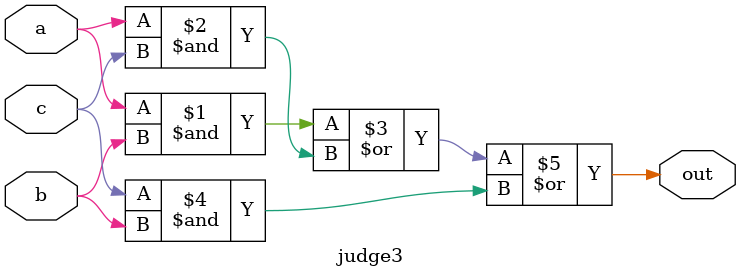
<source format=v>
module judge3(          //当多数人同意时输出1
    input a,b,c,
    output out
);
    
    assign out =(a&b)|(a&c)| (c&b); // 超过两个输入1
    
endmodule

</source>
